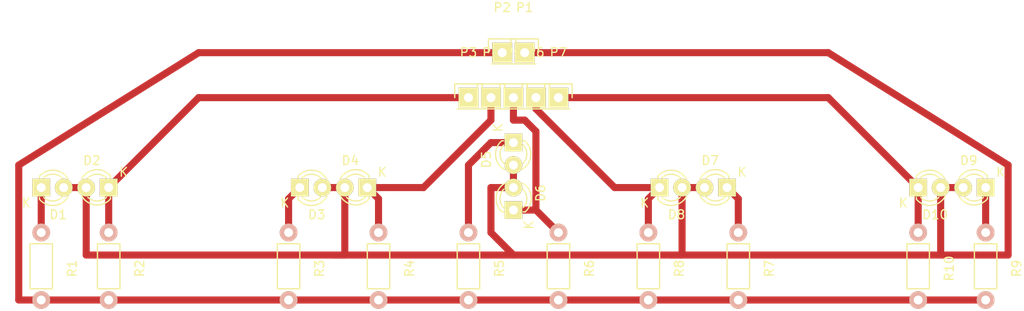
<source format=kicad_pcb>
(kicad_pcb (version 4) (host pcbnew 4.0.2+dfsg1-stable)

  (general
    (links 35)
    (no_connects 0)
    (area -58.275 97.915 57.81512 133.535001)
    (thickness 1.6)
    (drawings 0)
    (tracks 66)
    (zones 0)
    (modules 27)
    (nets 13)
  )

  (page A4)
  (layers
    (0 F.Cu signal)
    (31 B.Cu signal)
    (32 B.Adhes user)
    (33 F.Adhes user)
    (34 B.Paste user)
    (35 F.Paste user)
    (36 B.SilkS user)
    (37 F.SilkS user)
    (38 B.Mask user)
    (39 F.Mask user)
    (40 Dwgs.User user)
    (41 Cmts.User user)
    (42 Eco1.User user)
    (43 Eco2.User user)
    (44 Edge.Cuts user)
    (45 Margin user)
    (46 B.CrtYd user)
    (47 F.CrtYd user)
    (48 B.Fab user)
    (49 F.Fab user)
  )

  (setup
    (last_trace_width 0.8)
    (trace_clearance 0.2)
    (zone_clearance 0.508)
    (zone_45_only no)
    (trace_min 0.2)
    (segment_width 0.2)
    (edge_width 0.15)
    (via_size 0.6)
    (via_drill 0.4)
    (via_min_size 0.4)
    (via_min_drill 0.3)
    (uvia_size 0.3)
    (uvia_drill 0.1)
    (uvias_allowed no)
    (uvia_min_size 0.2)
    (uvia_min_drill 0.1)
    (pcb_text_width 0.3)
    (pcb_text_size 1.5 1.5)
    (mod_edge_width 0.15)
    (mod_text_size 1 1)
    (mod_text_width 0.15)
    (pad_size 1.524 1.524)
    (pad_drill 0.762)
    (pad_to_mask_clearance 0.2)
    (aux_axis_origin 0 0)
    (visible_elements FFFFFF7F)
    (pcbplotparams
      (layerselection 0x00000_00000001)
      (usegerberextensions false)
      (excludeedgelayer true)
      (linewidth 0.100000)
      (plotframeref false)
      (viasonmask false)
      (mode 1)
      (useauxorigin false)
      (hpglpennumber 1)
      (hpglpenspeed 20)
      (hpglpendiameter 15)
      (hpglpenoverlay 2)
      (psnegative false)
      (psa4output false)
      (plotreference true)
      (plotvalue true)
      (plotinvisibletext false)
      (padsonsilk false)
      (subtractmaskfromsilk false)
      (outputformat 1)
      (mirror false)
      (drillshape 0)
      (scaleselection 1)
      (outputdirectory ""))
  )

  (net 0 "")
  (net 1 "Net-(D1-Pad1)")
  (net 2 "Net-(D1-Pad2)")
  (net 3 "Net-(D2-Pad1)")
  (net 4 "Net-(D3-Pad1)")
  (net 5 "Net-(D4-Pad1)")
  (net 6 "Net-(D5-Pad1)")
  (net 7 "Net-(D6-Pad1)")
  (net 8 "Net-(D7-Pad1)")
  (net 9 "Net-(D8-Pad1)")
  (net 10 "Net-(D9-Pad1)")
  (net 11 "Net-(D10-Pad1)")
  (net 12 "Net-(P2-Pad1)")

  (net_class Default "This is the default net class."
    (clearance 0.2)
    (trace_width 0.8)
    (via_dia 0.6)
    (via_drill 0.4)
    (uvia_dia 0.3)
    (uvia_drill 0.1)
    (add_net "Net-(D1-Pad1)")
    (add_net "Net-(D1-Pad2)")
    (add_net "Net-(D10-Pad1)")
    (add_net "Net-(D2-Pad1)")
    (add_net "Net-(D3-Pad1)")
    (add_net "Net-(D4-Pad1)")
    (add_net "Net-(D5-Pad1)")
    (add_net "Net-(D6-Pad1)")
    (add_net "Net-(D7-Pad1)")
    (add_net "Net-(D8-Pad1)")
    (add_net "Net-(D9-Pad1)")
    (add_net "Net-(P2-Pad1)")
  )

  (module LEDs:LED-3MM (layer F.Cu) (tedit 559B82F6) (tstamp 572E0B02)
    (at -53.34 119.38)
    (descr "LED 3mm round vertical")
    (tags "LED  3mm round vertical")
    (path /572DA148)
    (fp_text reference D1 (at 1.91 3.06) (layer F.SilkS)
      (effects (font (size 1 1) (thickness 0.15)))
    )
    (fp_text value LED (at 1.3 -2.9) (layer F.Fab)
      (effects (font (size 1 1) (thickness 0.15)))
    )
    (fp_line (start -1.2 2.3) (end 3.8 2.3) (layer F.CrtYd) (width 0.05))
    (fp_line (start 3.8 2.3) (end 3.8 -2.2) (layer F.CrtYd) (width 0.05))
    (fp_line (start 3.8 -2.2) (end -1.2 -2.2) (layer F.CrtYd) (width 0.05))
    (fp_line (start -1.2 -2.2) (end -1.2 2.3) (layer F.CrtYd) (width 0.05))
    (fp_line (start -0.199 1.314) (end -0.199 1.114) (layer F.SilkS) (width 0.15))
    (fp_line (start -0.199 -1.28) (end -0.199 -1.1) (layer F.SilkS) (width 0.15))
    (fp_arc (start 1.301 0.034) (end -0.199 -1.286) (angle 108.5) (layer F.SilkS) (width 0.15))
    (fp_arc (start 1.301 0.034) (end 0.25 -1.1) (angle 85.7) (layer F.SilkS) (width 0.15))
    (fp_arc (start 1.311 0.034) (end 3.051 0.994) (angle 110) (layer F.SilkS) (width 0.15))
    (fp_arc (start 1.301 0.034) (end 2.335 1.094) (angle 87.5) (layer F.SilkS) (width 0.15))
    (fp_text user K (at -1.69 1.74) (layer F.SilkS)
      (effects (font (size 1 1) (thickness 0.15)))
    )
    (pad 1 thru_hole rect (at 0 0 90) (size 2 2) (drill 1.00076) (layers *.Cu *.Mask F.SilkS)
      (net 1 "Net-(D1-Pad1)"))
    (pad 2 thru_hole circle (at 2.54 0) (size 2 2) (drill 1.00076) (layers *.Cu *.Mask F.SilkS)
      (net 2 "Net-(D1-Pad2)"))
    (model LEDs.3dshapes/LED-3MM.wrl
      (at (xyz 0.05 0 0))
      (scale (xyz 1 1 1))
      (rotate (xyz 0 0 90))
    )
  )

  (module LEDs:LED-3MM (layer F.Cu) (tedit 559B82F6) (tstamp 572E0B13)
    (at -45.72 119.38 180)
    (descr "LED 3mm round vertical")
    (tags "LED  3mm round vertical")
    (path /572DA149)
    (fp_text reference D2 (at 1.91 3.06 180) (layer F.SilkS)
      (effects (font (size 1 1) (thickness 0.15)))
    )
    (fp_text value LED (at 1.3 -2.9 180) (layer F.Fab)
      (effects (font (size 1 1) (thickness 0.15)))
    )
    (fp_line (start -1.2 2.3) (end 3.8 2.3) (layer F.CrtYd) (width 0.05))
    (fp_line (start 3.8 2.3) (end 3.8 -2.2) (layer F.CrtYd) (width 0.05))
    (fp_line (start 3.8 -2.2) (end -1.2 -2.2) (layer F.CrtYd) (width 0.05))
    (fp_line (start -1.2 -2.2) (end -1.2 2.3) (layer F.CrtYd) (width 0.05))
    (fp_line (start -0.199 1.314) (end -0.199 1.114) (layer F.SilkS) (width 0.15))
    (fp_line (start -0.199 -1.28) (end -0.199 -1.1) (layer F.SilkS) (width 0.15))
    (fp_arc (start 1.301 0.034) (end -0.199 -1.286) (angle 108.5) (layer F.SilkS) (width 0.15))
    (fp_arc (start 1.301 0.034) (end 0.25 -1.1) (angle 85.7) (layer F.SilkS) (width 0.15))
    (fp_arc (start 1.311 0.034) (end 3.051 0.994) (angle 110) (layer F.SilkS) (width 0.15))
    (fp_arc (start 1.301 0.034) (end 2.335 1.094) (angle 87.5) (layer F.SilkS) (width 0.15))
    (fp_text user K (at -1.69 1.74 180) (layer F.SilkS)
      (effects (font (size 1 1) (thickness 0.15)))
    )
    (pad 1 thru_hole rect (at 0 0 270) (size 2 2) (drill 1.00076) (layers *.Cu *.Mask F.SilkS)
      (net 3 "Net-(D2-Pad1)"))
    (pad 2 thru_hole circle (at 2.54 0 180) (size 2 2) (drill 1.00076) (layers *.Cu *.Mask F.SilkS)
      (net 2 "Net-(D1-Pad2)"))
    (model LEDs.3dshapes/LED-3MM.wrl
      (at (xyz 0.05 0 0))
      (scale (xyz 1 1 1))
      (rotate (xyz 0 0 90))
    )
  )

  (module LEDs:LED-3MM (layer F.Cu) (tedit 559B82F6) (tstamp 572E0B24)
    (at -24.13 119.38)
    (descr "LED 3mm round vertical")
    (tags "LED  3mm round vertical")
    (path /572DA14A)
    (fp_text reference D3 (at 1.91 3.06) (layer F.SilkS)
      (effects (font (size 1 1) (thickness 0.15)))
    )
    (fp_text value LED (at 1.3 -2.9) (layer F.Fab)
      (effects (font (size 1 1) (thickness 0.15)))
    )
    (fp_line (start -1.2 2.3) (end 3.8 2.3) (layer F.CrtYd) (width 0.05))
    (fp_line (start 3.8 2.3) (end 3.8 -2.2) (layer F.CrtYd) (width 0.05))
    (fp_line (start 3.8 -2.2) (end -1.2 -2.2) (layer F.CrtYd) (width 0.05))
    (fp_line (start -1.2 -2.2) (end -1.2 2.3) (layer F.CrtYd) (width 0.05))
    (fp_line (start -0.199 1.314) (end -0.199 1.114) (layer F.SilkS) (width 0.15))
    (fp_line (start -0.199 -1.28) (end -0.199 -1.1) (layer F.SilkS) (width 0.15))
    (fp_arc (start 1.301 0.034) (end -0.199 -1.286) (angle 108.5) (layer F.SilkS) (width 0.15))
    (fp_arc (start 1.301 0.034) (end 0.25 -1.1) (angle 85.7) (layer F.SilkS) (width 0.15))
    (fp_arc (start 1.311 0.034) (end 3.051 0.994) (angle 110) (layer F.SilkS) (width 0.15))
    (fp_arc (start 1.301 0.034) (end 2.335 1.094) (angle 87.5) (layer F.SilkS) (width 0.15))
    (fp_text user K (at -1.69 1.74) (layer F.SilkS)
      (effects (font (size 1 1) (thickness 0.15)))
    )
    (pad 1 thru_hole rect (at 0 0 90) (size 2 2) (drill 1.00076) (layers *.Cu *.Mask F.SilkS)
      (net 4 "Net-(D3-Pad1)"))
    (pad 2 thru_hole circle (at 2.54 0) (size 2 2) (drill 1.00076) (layers *.Cu *.Mask F.SilkS)
      (net 2 "Net-(D1-Pad2)"))
    (model LEDs.3dshapes/LED-3MM.wrl
      (at (xyz 0.05 0 0))
      (scale (xyz 1 1 1))
      (rotate (xyz 0 0 90))
    )
  )

  (module LEDs:LED-3MM (layer F.Cu) (tedit 559B82F6) (tstamp 572E0B35)
    (at -16.51 119.38 180)
    (descr "LED 3mm round vertical")
    (tags "LED  3mm round vertical")
    (path /572DA14B)
    (fp_text reference D4 (at 1.91 3.06 180) (layer F.SilkS)
      (effects (font (size 1 1) (thickness 0.15)))
    )
    (fp_text value LED (at 1.3 -2.9 180) (layer F.Fab)
      (effects (font (size 1 1) (thickness 0.15)))
    )
    (fp_line (start -1.2 2.3) (end 3.8 2.3) (layer F.CrtYd) (width 0.05))
    (fp_line (start 3.8 2.3) (end 3.8 -2.2) (layer F.CrtYd) (width 0.05))
    (fp_line (start 3.8 -2.2) (end -1.2 -2.2) (layer F.CrtYd) (width 0.05))
    (fp_line (start -1.2 -2.2) (end -1.2 2.3) (layer F.CrtYd) (width 0.05))
    (fp_line (start -0.199 1.314) (end -0.199 1.114) (layer F.SilkS) (width 0.15))
    (fp_line (start -0.199 -1.28) (end -0.199 -1.1) (layer F.SilkS) (width 0.15))
    (fp_arc (start 1.301 0.034) (end -0.199 -1.286) (angle 108.5) (layer F.SilkS) (width 0.15))
    (fp_arc (start 1.301 0.034) (end 0.25 -1.1) (angle 85.7) (layer F.SilkS) (width 0.15))
    (fp_arc (start 1.311 0.034) (end 3.051 0.994) (angle 110) (layer F.SilkS) (width 0.15))
    (fp_arc (start 1.301 0.034) (end 2.335 1.094) (angle 87.5) (layer F.SilkS) (width 0.15))
    (fp_text user K (at -1.69 1.74 180) (layer F.SilkS)
      (effects (font (size 1 1) (thickness 0.15)))
    )
    (pad 1 thru_hole rect (at 0 0 270) (size 2 2) (drill 1.00076) (layers *.Cu *.Mask F.SilkS)
      (net 5 "Net-(D4-Pad1)"))
    (pad 2 thru_hole circle (at 2.54 0 180) (size 2 2) (drill 1.00076) (layers *.Cu *.Mask F.SilkS)
      (net 2 "Net-(D1-Pad2)"))
    (model LEDs.3dshapes/LED-3MM.wrl
      (at (xyz 0.05 0 0))
      (scale (xyz 1 1 1))
      (rotate (xyz 0 0 90))
    )
  )

  (module LEDs:LED-3MM (layer F.Cu) (tedit 559B82F6) (tstamp 572E0B46)
    (at 0 114.3 270)
    (descr "LED 3mm round vertical")
    (tags "LED  3mm round vertical")
    (path /572DA146)
    (fp_text reference D5 (at 1.91 3.06 270) (layer F.SilkS)
      (effects (font (size 1 1) (thickness 0.15)))
    )
    (fp_text value LED (at 1.3 -2.9 270) (layer F.Fab)
      (effects (font (size 1 1) (thickness 0.15)))
    )
    (fp_line (start -1.2 2.3) (end 3.8 2.3) (layer F.CrtYd) (width 0.05))
    (fp_line (start 3.8 2.3) (end 3.8 -2.2) (layer F.CrtYd) (width 0.05))
    (fp_line (start 3.8 -2.2) (end -1.2 -2.2) (layer F.CrtYd) (width 0.05))
    (fp_line (start -1.2 -2.2) (end -1.2 2.3) (layer F.CrtYd) (width 0.05))
    (fp_line (start -0.199 1.314) (end -0.199 1.114) (layer F.SilkS) (width 0.15))
    (fp_line (start -0.199 -1.28) (end -0.199 -1.1) (layer F.SilkS) (width 0.15))
    (fp_arc (start 1.301 0.034) (end -0.199 -1.286) (angle 108.5) (layer F.SilkS) (width 0.15))
    (fp_arc (start 1.301 0.034) (end 0.25 -1.1) (angle 85.7) (layer F.SilkS) (width 0.15))
    (fp_arc (start 1.311 0.034) (end 3.051 0.994) (angle 110) (layer F.SilkS) (width 0.15))
    (fp_arc (start 1.301 0.034) (end 2.335 1.094) (angle 87.5) (layer F.SilkS) (width 0.15))
    (fp_text user K (at -1.69 1.74 270) (layer F.SilkS)
      (effects (font (size 1 1) (thickness 0.15)))
    )
    (pad 1 thru_hole rect (at 0 0) (size 2 2) (drill 1.00076) (layers *.Cu *.Mask F.SilkS)
      (net 6 "Net-(D5-Pad1)"))
    (pad 2 thru_hole circle (at 2.54 0 270) (size 2 2) (drill 1.00076) (layers *.Cu *.Mask F.SilkS)
      (net 2 "Net-(D1-Pad2)"))
    (model LEDs.3dshapes/LED-3MM.wrl
      (at (xyz 0.05 0 0))
      (scale (xyz 1 1 1))
      (rotate (xyz 0 0 90))
    )
  )

  (module LEDs:LED-3MM (layer F.Cu) (tedit 559B82F6) (tstamp 572E0B57)
    (at 0 121.92 90)
    (descr "LED 3mm round vertical")
    (tags "LED  3mm round vertical")
    (path /572DA147)
    (fp_text reference D6 (at 1.91 3.06 90) (layer F.SilkS)
      (effects (font (size 1 1) (thickness 0.15)))
    )
    (fp_text value LED (at 1.3 -2.9 90) (layer F.Fab)
      (effects (font (size 1 1) (thickness 0.15)))
    )
    (fp_line (start -1.2 2.3) (end 3.8 2.3) (layer F.CrtYd) (width 0.05))
    (fp_line (start 3.8 2.3) (end 3.8 -2.2) (layer F.CrtYd) (width 0.05))
    (fp_line (start 3.8 -2.2) (end -1.2 -2.2) (layer F.CrtYd) (width 0.05))
    (fp_line (start -1.2 -2.2) (end -1.2 2.3) (layer F.CrtYd) (width 0.05))
    (fp_line (start -0.199 1.314) (end -0.199 1.114) (layer F.SilkS) (width 0.15))
    (fp_line (start -0.199 -1.28) (end -0.199 -1.1) (layer F.SilkS) (width 0.15))
    (fp_arc (start 1.301 0.034) (end -0.199 -1.286) (angle 108.5) (layer F.SilkS) (width 0.15))
    (fp_arc (start 1.301 0.034) (end 0.25 -1.1) (angle 85.7) (layer F.SilkS) (width 0.15))
    (fp_arc (start 1.311 0.034) (end 3.051 0.994) (angle 110) (layer F.SilkS) (width 0.15))
    (fp_arc (start 1.301 0.034) (end 2.335 1.094) (angle 87.5) (layer F.SilkS) (width 0.15))
    (fp_text user K (at -1.69 1.74 90) (layer F.SilkS)
      (effects (font (size 1 1) (thickness 0.15)))
    )
    (pad 1 thru_hole rect (at 0 0 180) (size 2 2) (drill 1.00076) (layers *.Cu *.Mask F.SilkS)
      (net 7 "Net-(D6-Pad1)"))
    (pad 2 thru_hole circle (at 2.54 0 90) (size 2 2) (drill 1.00076) (layers *.Cu *.Mask F.SilkS)
      (net 2 "Net-(D1-Pad2)"))
    (model LEDs.3dshapes/LED-3MM.wrl
      (at (xyz 0.05 0 0))
      (scale (xyz 1 1 1))
      (rotate (xyz 0 0 90))
    )
  )

  (module LEDs:LED-3MM (layer F.Cu) (tedit 559B82F6) (tstamp 572E0B68)
    (at 24.13 119.38 180)
    (descr "LED 3mm round vertical")
    (tags "LED  3mm round vertical")
    (path /572DA14C)
    (fp_text reference D7 (at 1.91 3.06 180) (layer F.SilkS)
      (effects (font (size 1 1) (thickness 0.15)))
    )
    (fp_text value LED (at 1.3 -2.9 180) (layer F.Fab)
      (effects (font (size 1 1) (thickness 0.15)))
    )
    (fp_line (start -1.2 2.3) (end 3.8 2.3) (layer F.CrtYd) (width 0.05))
    (fp_line (start 3.8 2.3) (end 3.8 -2.2) (layer F.CrtYd) (width 0.05))
    (fp_line (start 3.8 -2.2) (end -1.2 -2.2) (layer F.CrtYd) (width 0.05))
    (fp_line (start -1.2 -2.2) (end -1.2 2.3) (layer F.CrtYd) (width 0.05))
    (fp_line (start -0.199 1.314) (end -0.199 1.114) (layer F.SilkS) (width 0.15))
    (fp_line (start -0.199 -1.28) (end -0.199 -1.1) (layer F.SilkS) (width 0.15))
    (fp_arc (start 1.301 0.034) (end -0.199 -1.286) (angle 108.5) (layer F.SilkS) (width 0.15))
    (fp_arc (start 1.301 0.034) (end 0.25 -1.1) (angle 85.7) (layer F.SilkS) (width 0.15))
    (fp_arc (start 1.311 0.034) (end 3.051 0.994) (angle 110) (layer F.SilkS) (width 0.15))
    (fp_arc (start 1.301 0.034) (end 2.335 1.094) (angle 87.5) (layer F.SilkS) (width 0.15))
    (fp_text user K (at -1.69 1.74 180) (layer F.SilkS)
      (effects (font (size 1 1) (thickness 0.15)))
    )
    (pad 1 thru_hole rect (at 0 0 270) (size 2 2) (drill 1.00076) (layers *.Cu *.Mask F.SilkS)
      (net 8 "Net-(D7-Pad1)"))
    (pad 2 thru_hole circle (at 2.54 0 180) (size 2 2) (drill 1.00076) (layers *.Cu *.Mask F.SilkS)
      (net 2 "Net-(D1-Pad2)"))
    (model LEDs.3dshapes/LED-3MM.wrl
      (at (xyz 0.05 0 0))
      (scale (xyz 1 1 1))
      (rotate (xyz 0 0 90))
    )
  )

  (module LEDs:LED-3MM (layer F.Cu) (tedit 559B82F6) (tstamp 572E0B79)
    (at 16.51 119.38)
    (descr "LED 3mm round vertical")
    (tags "LED  3mm round vertical")
    (path /572DA14D)
    (fp_text reference D8 (at 1.91 3.06) (layer F.SilkS)
      (effects (font (size 1 1) (thickness 0.15)))
    )
    (fp_text value LED (at 1.3 -2.9) (layer F.Fab)
      (effects (font (size 1 1) (thickness 0.15)))
    )
    (fp_line (start -1.2 2.3) (end 3.8 2.3) (layer F.CrtYd) (width 0.05))
    (fp_line (start 3.8 2.3) (end 3.8 -2.2) (layer F.CrtYd) (width 0.05))
    (fp_line (start 3.8 -2.2) (end -1.2 -2.2) (layer F.CrtYd) (width 0.05))
    (fp_line (start -1.2 -2.2) (end -1.2 2.3) (layer F.CrtYd) (width 0.05))
    (fp_line (start -0.199 1.314) (end -0.199 1.114) (layer F.SilkS) (width 0.15))
    (fp_line (start -0.199 -1.28) (end -0.199 -1.1) (layer F.SilkS) (width 0.15))
    (fp_arc (start 1.301 0.034) (end -0.199 -1.286) (angle 108.5) (layer F.SilkS) (width 0.15))
    (fp_arc (start 1.301 0.034) (end 0.25 -1.1) (angle 85.7) (layer F.SilkS) (width 0.15))
    (fp_arc (start 1.311 0.034) (end 3.051 0.994) (angle 110) (layer F.SilkS) (width 0.15))
    (fp_arc (start 1.301 0.034) (end 2.335 1.094) (angle 87.5) (layer F.SilkS) (width 0.15))
    (fp_text user K (at -1.69 1.74) (layer F.SilkS)
      (effects (font (size 1 1) (thickness 0.15)))
    )
    (pad 1 thru_hole rect (at 0 0 90) (size 2 2) (drill 1.00076) (layers *.Cu *.Mask F.SilkS)
      (net 9 "Net-(D8-Pad1)"))
    (pad 2 thru_hole circle (at 2.54 0) (size 2 2) (drill 1.00076) (layers *.Cu *.Mask F.SilkS)
      (net 2 "Net-(D1-Pad2)"))
    (model LEDs.3dshapes/LED-3MM.wrl
      (at (xyz 0.05 0 0))
      (scale (xyz 1 1 1))
      (rotate (xyz 0 0 90))
    )
  )

  (module LEDs:LED-3MM (layer F.Cu) (tedit 559B82F6) (tstamp 572E0B8A)
    (at 53.34 119.38 180)
    (descr "LED 3mm round vertical")
    (tags "LED  3mm round vertical")
    (path /572DA14E)
    (fp_text reference D9 (at 1.91 3.06 180) (layer F.SilkS)
      (effects (font (size 1 1) (thickness 0.15)))
    )
    (fp_text value LED (at 1.3 -2.9 180) (layer F.Fab)
      (effects (font (size 1 1) (thickness 0.15)))
    )
    (fp_line (start -1.2 2.3) (end 3.8 2.3) (layer F.CrtYd) (width 0.05))
    (fp_line (start 3.8 2.3) (end 3.8 -2.2) (layer F.CrtYd) (width 0.05))
    (fp_line (start 3.8 -2.2) (end -1.2 -2.2) (layer F.CrtYd) (width 0.05))
    (fp_line (start -1.2 -2.2) (end -1.2 2.3) (layer F.CrtYd) (width 0.05))
    (fp_line (start -0.199 1.314) (end -0.199 1.114) (layer F.SilkS) (width 0.15))
    (fp_line (start -0.199 -1.28) (end -0.199 -1.1) (layer F.SilkS) (width 0.15))
    (fp_arc (start 1.301 0.034) (end -0.199 -1.286) (angle 108.5) (layer F.SilkS) (width 0.15))
    (fp_arc (start 1.301 0.034) (end 0.25 -1.1) (angle 85.7) (layer F.SilkS) (width 0.15))
    (fp_arc (start 1.311 0.034) (end 3.051 0.994) (angle 110) (layer F.SilkS) (width 0.15))
    (fp_arc (start 1.301 0.034) (end 2.335 1.094) (angle 87.5) (layer F.SilkS) (width 0.15))
    (fp_text user K (at -1.69 1.74 180) (layer F.SilkS)
      (effects (font (size 1 1) (thickness 0.15)))
    )
    (pad 1 thru_hole rect (at 0 0 270) (size 2 2) (drill 1.00076) (layers *.Cu *.Mask F.SilkS)
      (net 10 "Net-(D9-Pad1)"))
    (pad 2 thru_hole circle (at 2.54 0 180) (size 2 2) (drill 1.00076) (layers *.Cu *.Mask F.SilkS)
      (net 2 "Net-(D1-Pad2)"))
    (model LEDs.3dshapes/LED-3MM.wrl
      (at (xyz 0.05 0 0))
      (scale (xyz 1 1 1))
      (rotate (xyz 0 0 90))
    )
  )

  (module LEDs:LED-3MM (layer F.Cu) (tedit 559B82F6) (tstamp 572E0B9B)
    (at 45.72 119.38)
    (descr "LED 3mm round vertical")
    (tags "LED  3mm round vertical")
    (path /572DA14F)
    (fp_text reference D10 (at 1.91 3.06) (layer F.SilkS)
      (effects (font (size 1 1) (thickness 0.15)))
    )
    (fp_text value LED (at 1.3 -2.9) (layer F.Fab)
      (effects (font (size 1 1) (thickness 0.15)))
    )
    (fp_line (start -1.2 2.3) (end 3.8 2.3) (layer F.CrtYd) (width 0.05))
    (fp_line (start 3.8 2.3) (end 3.8 -2.2) (layer F.CrtYd) (width 0.05))
    (fp_line (start 3.8 -2.2) (end -1.2 -2.2) (layer F.CrtYd) (width 0.05))
    (fp_line (start -1.2 -2.2) (end -1.2 2.3) (layer F.CrtYd) (width 0.05))
    (fp_line (start -0.199 1.314) (end -0.199 1.114) (layer F.SilkS) (width 0.15))
    (fp_line (start -0.199 -1.28) (end -0.199 -1.1) (layer F.SilkS) (width 0.15))
    (fp_arc (start 1.301 0.034) (end -0.199 -1.286) (angle 108.5) (layer F.SilkS) (width 0.15))
    (fp_arc (start 1.301 0.034) (end 0.25 -1.1) (angle 85.7) (layer F.SilkS) (width 0.15))
    (fp_arc (start 1.311 0.034) (end 3.051 0.994) (angle 110) (layer F.SilkS) (width 0.15))
    (fp_arc (start 1.301 0.034) (end 2.335 1.094) (angle 87.5) (layer F.SilkS) (width 0.15))
    (fp_text user K (at -1.69 1.74) (layer F.SilkS)
      (effects (font (size 1 1) (thickness 0.15)))
    )
    (pad 1 thru_hole rect (at 0 0 90) (size 2 2) (drill 1.00076) (layers *.Cu *.Mask F.SilkS)
      (net 11 "Net-(D10-Pad1)"))
    (pad 2 thru_hole circle (at 2.54 0) (size 2 2) (drill 1.00076) (layers *.Cu *.Mask F.SilkS)
      (net 2 "Net-(D1-Pad2)"))
    (model LEDs.3dshapes/LED-3MM.wrl
      (at (xyz 0.05 0 0))
      (scale (xyz 1 1 1))
      (rotate (xyz 0 0 90))
    )
  )

  (module Pin_Headers:Pin_Header_Straight_1x01 (layer F.Cu) (tedit 54EA08DC) (tstamp 572E0BA8)
    (at 1.27 104.14)
    (descr "Through hole pin header")
    (tags "pin header")
    (path /572DA15A)
    (fp_text reference P1 (at 0 -5.1) (layer F.SilkS)
      (effects (font (size 1 1) (thickness 0.15)))
    )
    (fp_text value CONN_01X01 (at 0 -3.1) (layer F.Fab)
      (effects (font (size 1 1) (thickness 0.15)))
    )
    (fp_line (start 1.55 -1.55) (end 1.55 0) (layer F.SilkS) (width 0.15))
    (fp_line (start -1.75 -1.75) (end -1.75 1.75) (layer F.CrtYd) (width 0.05))
    (fp_line (start 1.75 -1.75) (end 1.75 1.75) (layer F.CrtYd) (width 0.05))
    (fp_line (start -1.75 -1.75) (end 1.75 -1.75) (layer F.CrtYd) (width 0.05))
    (fp_line (start -1.75 1.75) (end 1.75 1.75) (layer F.CrtYd) (width 0.05))
    (fp_line (start -1.55 0) (end -1.55 -1.55) (layer F.SilkS) (width 0.15))
    (fp_line (start -1.55 -1.55) (end 1.55 -1.55) (layer F.SilkS) (width 0.15))
    (fp_line (start -1.27 1.27) (end 1.27 1.27) (layer F.SilkS) (width 0.15))
    (pad 1 thru_hole rect (at 0 0) (size 2.2352 2.2352) (drill 1.016) (layers *.Cu *.Mask F.SilkS)
      (net 2 "Net-(D1-Pad2)"))
    (model Pin_Headers.3dshapes/Pin_Header_Straight_1x01.wrl
      (at (xyz 0 0 0))
      (scale (xyz 1 1 1))
      (rotate (xyz 0 0 90))
    )
  )

  (module Pin_Headers:Pin_Header_Straight_1x01 (layer F.Cu) (tedit 54EA08DC) (tstamp 572E0BB5)
    (at -1.27 104.14)
    (descr "Through hole pin header")
    (tags "pin header")
    (path /572DA15B)
    (fp_text reference P2 (at 0 -5.1) (layer F.SilkS)
      (effects (font (size 1 1) (thickness 0.15)))
    )
    (fp_text value CONN_01X01 (at 0 -3.1) (layer F.Fab)
      (effects (font (size 1 1) (thickness 0.15)))
    )
    (fp_line (start 1.55 -1.55) (end 1.55 0) (layer F.SilkS) (width 0.15))
    (fp_line (start -1.75 -1.75) (end -1.75 1.75) (layer F.CrtYd) (width 0.05))
    (fp_line (start 1.75 -1.75) (end 1.75 1.75) (layer F.CrtYd) (width 0.05))
    (fp_line (start -1.75 -1.75) (end 1.75 -1.75) (layer F.CrtYd) (width 0.05))
    (fp_line (start -1.75 1.75) (end 1.75 1.75) (layer F.CrtYd) (width 0.05))
    (fp_line (start -1.55 0) (end -1.55 -1.55) (layer F.SilkS) (width 0.15))
    (fp_line (start -1.55 -1.55) (end 1.55 -1.55) (layer F.SilkS) (width 0.15))
    (fp_line (start -1.27 1.27) (end 1.27 1.27) (layer F.SilkS) (width 0.15))
    (pad 1 thru_hole rect (at 0 0) (size 2.2352 2.2352) (drill 1.016) (layers *.Cu *.Mask F.SilkS)
      (net 12 "Net-(P2-Pad1)"))
    (model Pin_Headers.3dshapes/Pin_Header_Straight_1x01.wrl
      (at (xyz 0 0 0))
      (scale (xyz 1 1 1))
      (rotate (xyz 0 0 90))
    )
  )

  (module Pin_Headers:Pin_Header_Straight_1x01 (layer F.Cu) (tedit 54EA08DC) (tstamp 572E0BC2)
    (at -5.08 109.22)
    (descr "Through hole pin header")
    (tags "pin header")
    (path /572DA15D)
    (fp_text reference P3 (at 0 -5.1) (layer F.SilkS)
      (effects (font (size 1 1) (thickness 0.15)))
    )
    (fp_text value CONN_01X01 (at 0 -3.1) (layer F.Fab)
      (effects (font (size 1 1) (thickness 0.15)))
    )
    (fp_line (start 1.55 -1.55) (end 1.55 0) (layer F.SilkS) (width 0.15))
    (fp_line (start -1.75 -1.75) (end -1.75 1.75) (layer F.CrtYd) (width 0.05))
    (fp_line (start 1.75 -1.75) (end 1.75 1.75) (layer F.CrtYd) (width 0.05))
    (fp_line (start -1.75 -1.75) (end 1.75 -1.75) (layer F.CrtYd) (width 0.05))
    (fp_line (start -1.75 1.75) (end 1.75 1.75) (layer F.CrtYd) (width 0.05))
    (fp_line (start -1.55 0) (end -1.55 -1.55) (layer F.SilkS) (width 0.15))
    (fp_line (start -1.55 -1.55) (end 1.55 -1.55) (layer F.SilkS) (width 0.15))
    (fp_line (start -1.27 1.27) (end 1.27 1.27) (layer F.SilkS) (width 0.15))
    (pad 1 thru_hole rect (at 0 0) (size 2.2352 2.2352) (drill 1.016) (layers *.Cu *.Mask F.SilkS)
      (net 3 "Net-(D2-Pad1)"))
    (model Pin_Headers.3dshapes/Pin_Header_Straight_1x01.wrl
      (at (xyz 0 0 0))
      (scale (xyz 1 1 1))
      (rotate (xyz 0 0 90))
    )
  )

  (module Pin_Headers:Pin_Header_Straight_1x01 (layer F.Cu) (tedit 54EA08DC) (tstamp 572E0BCF)
    (at -2.54 109.22)
    (descr "Through hole pin header")
    (tags "pin header")
    (path /572DA15C)
    (fp_text reference P4 (at 0 -5.1) (layer F.SilkS)
      (effects (font (size 1 1) (thickness 0.15)))
    )
    (fp_text value CONN_01X01 (at 0 -3.1) (layer F.Fab)
      (effects (font (size 1 1) (thickness 0.15)))
    )
    (fp_line (start 1.55 -1.55) (end 1.55 0) (layer F.SilkS) (width 0.15))
    (fp_line (start -1.75 -1.75) (end -1.75 1.75) (layer F.CrtYd) (width 0.05))
    (fp_line (start 1.75 -1.75) (end 1.75 1.75) (layer F.CrtYd) (width 0.05))
    (fp_line (start -1.75 -1.75) (end 1.75 -1.75) (layer F.CrtYd) (width 0.05))
    (fp_line (start -1.75 1.75) (end 1.75 1.75) (layer F.CrtYd) (width 0.05))
    (fp_line (start -1.55 0) (end -1.55 -1.55) (layer F.SilkS) (width 0.15))
    (fp_line (start -1.55 -1.55) (end 1.55 -1.55) (layer F.SilkS) (width 0.15))
    (fp_line (start -1.27 1.27) (end 1.27 1.27) (layer F.SilkS) (width 0.15))
    (pad 1 thru_hole rect (at 0 0) (size 2.2352 2.2352) (drill 1.016) (layers *.Cu *.Mask F.SilkS)
      (net 5 "Net-(D4-Pad1)"))
    (model Pin_Headers.3dshapes/Pin_Header_Straight_1x01.wrl
      (at (xyz 0 0 0))
      (scale (xyz 1 1 1))
      (rotate (xyz 0 0 90))
    )
  )

  (module Pin_Headers:Pin_Header_Straight_1x01 (layer F.Cu) (tedit 54EA08DC) (tstamp 572E0BDC)
    (at 0 109.22)
    (descr "Through hole pin header")
    (tags "pin header")
    (path /572DA15E)
    (fp_text reference P5 (at 0 -5.1) (layer F.SilkS)
      (effects (font (size 1 1) (thickness 0.15)))
    )
    (fp_text value CONN_01X01 (at 0 -3.1) (layer F.Fab)
      (effects (font (size 1 1) (thickness 0.15)))
    )
    (fp_line (start 1.55 -1.55) (end 1.55 0) (layer F.SilkS) (width 0.15))
    (fp_line (start -1.75 -1.75) (end -1.75 1.75) (layer F.CrtYd) (width 0.05))
    (fp_line (start 1.75 -1.75) (end 1.75 1.75) (layer F.CrtYd) (width 0.05))
    (fp_line (start -1.75 -1.75) (end 1.75 -1.75) (layer F.CrtYd) (width 0.05))
    (fp_line (start -1.75 1.75) (end 1.75 1.75) (layer F.CrtYd) (width 0.05))
    (fp_line (start -1.55 0) (end -1.55 -1.55) (layer F.SilkS) (width 0.15))
    (fp_line (start -1.55 -1.55) (end 1.55 -1.55) (layer F.SilkS) (width 0.15))
    (fp_line (start -1.27 1.27) (end 1.27 1.27) (layer F.SilkS) (width 0.15))
    (pad 1 thru_hole rect (at 0 0) (size 2.2352 2.2352) (drill 1.016) (layers *.Cu *.Mask F.SilkS)
      (net 7 "Net-(D6-Pad1)"))
    (model Pin_Headers.3dshapes/Pin_Header_Straight_1x01.wrl
      (at (xyz 0 0 0))
      (scale (xyz 1 1 1))
      (rotate (xyz 0 0 90))
    )
  )

  (module Pin_Headers:Pin_Header_Straight_1x01 (layer F.Cu) (tedit 54EA08DC) (tstamp 572E0BE9)
    (at 2.54 109.22)
    (descr "Through hole pin header")
    (tags "pin header")
    (path /572DA15F)
    (fp_text reference P6 (at 0 -5.1) (layer F.SilkS)
      (effects (font (size 1 1) (thickness 0.15)))
    )
    (fp_text value CONN_01X01 (at 0 -3.1) (layer F.Fab)
      (effects (font (size 1 1) (thickness 0.15)))
    )
    (fp_line (start 1.55 -1.55) (end 1.55 0) (layer F.SilkS) (width 0.15))
    (fp_line (start -1.75 -1.75) (end -1.75 1.75) (layer F.CrtYd) (width 0.05))
    (fp_line (start 1.75 -1.75) (end 1.75 1.75) (layer F.CrtYd) (width 0.05))
    (fp_line (start -1.75 -1.75) (end 1.75 -1.75) (layer F.CrtYd) (width 0.05))
    (fp_line (start -1.75 1.75) (end 1.75 1.75) (layer F.CrtYd) (width 0.05))
    (fp_line (start -1.55 0) (end -1.55 -1.55) (layer F.SilkS) (width 0.15))
    (fp_line (start -1.55 -1.55) (end 1.55 -1.55) (layer F.SilkS) (width 0.15))
    (fp_line (start -1.27 1.27) (end 1.27 1.27) (layer F.SilkS) (width 0.15))
    (pad 1 thru_hole rect (at 0 0) (size 2.2352 2.2352) (drill 1.016) (layers *.Cu *.Mask F.SilkS)
      (net 9 "Net-(D8-Pad1)"))
    (model Pin_Headers.3dshapes/Pin_Header_Straight_1x01.wrl
      (at (xyz 0 0 0))
      (scale (xyz 1 1 1))
      (rotate (xyz 0 0 90))
    )
  )

  (module Pin_Headers:Pin_Header_Straight_1x01 (layer F.Cu) (tedit 54EA08DC) (tstamp 572E0BF6)
    (at 5.08 109.22)
    (descr "Through hole pin header")
    (tags "pin header")
    (path /572DA160)
    (fp_text reference P7 (at 0 -5.1) (layer F.SilkS)
      (effects (font (size 1 1) (thickness 0.15)))
    )
    (fp_text value CONN_01X01 (at 0 -3.1) (layer F.Fab)
      (effects (font (size 1 1) (thickness 0.15)))
    )
    (fp_line (start 1.55 -1.55) (end 1.55 0) (layer F.SilkS) (width 0.15))
    (fp_line (start -1.75 -1.75) (end -1.75 1.75) (layer F.CrtYd) (width 0.05))
    (fp_line (start 1.75 -1.75) (end 1.75 1.75) (layer F.CrtYd) (width 0.05))
    (fp_line (start -1.75 -1.75) (end 1.75 -1.75) (layer F.CrtYd) (width 0.05))
    (fp_line (start -1.75 1.75) (end 1.75 1.75) (layer F.CrtYd) (width 0.05))
    (fp_line (start -1.55 0) (end -1.55 -1.55) (layer F.SilkS) (width 0.15))
    (fp_line (start -1.55 -1.55) (end 1.55 -1.55) (layer F.SilkS) (width 0.15))
    (fp_line (start -1.27 1.27) (end 1.27 1.27) (layer F.SilkS) (width 0.15))
    (pad 1 thru_hole rect (at 0 0) (size 2.2352 2.2352) (drill 1.016) (layers *.Cu *.Mask F.SilkS)
      (net 11 "Net-(D10-Pad1)"))
    (model Pin_Headers.3dshapes/Pin_Header_Straight_1x01.wrl
      (at (xyz 0 0 0))
      (scale (xyz 1 1 1))
      (rotate (xyz 0 0 90))
    )
  )

  (module Resistors_ThroughHole:Resistor_Horizontal_RM7mm (layer F.Cu) (tedit 569FCF07) (tstamp 572E0C04)
    (at -53.34 124.46 270)
    (descr "Resistor, Axial,  RM 7.62mm, 1/3W,")
    (tags "Resistor Axial RM 7.62mm 1/3W R3")
    (path /572DA150)
    (fp_text reference R1 (at 4.05892 -3.50012 270) (layer F.SilkS)
      (effects (font (size 1 1) (thickness 0.15)))
    )
    (fp_text value 150 (at 3.81 3.81 270) (layer F.Fab)
      (effects (font (size 1 1) (thickness 0.15)))
    )
    (fp_line (start -1.25 -1.5) (end 8.85 -1.5) (layer F.CrtYd) (width 0.05))
    (fp_line (start -1.25 1.5) (end -1.25 -1.5) (layer F.CrtYd) (width 0.05))
    (fp_line (start 8.85 -1.5) (end 8.85 1.5) (layer F.CrtYd) (width 0.05))
    (fp_line (start -1.25 1.5) (end 8.85 1.5) (layer F.CrtYd) (width 0.05))
    (fp_line (start 1.27 -1.27) (end 6.35 -1.27) (layer F.SilkS) (width 0.15))
    (fp_line (start 6.35 -1.27) (end 6.35 1.27) (layer F.SilkS) (width 0.15))
    (fp_line (start 6.35 1.27) (end 1.27 1.27) (layer F.SilkS) (width 0.15))
    (fp_line (start 1.27 1.27) (end 1.27 -1.27) (layer F.SilkS) (width 0.15))
    (pad 1 thru_hole circle (at 0 0 270) (size 1.99898 1.99898) (drill 1.00076) (layers *.Cu *.SilkS *.Mask)
      (net 1 "Net-(D1-Pad1)"))
    (pad 2 thru_hole circle (at 7.62 0 270) (size 1.99898 1.99898) (drill 1.00076) (layers *.Cu *.SilkS *.Mask)
      (net 12 "Net-(P2-Pad1)"))
  )

  (module Resistors_ThroughHole:Resistor_Horizontal_RM7mm (layer F.Cu) (tedit 569FCF07) (tstamp 572E0C12)
    (at -45.72 124.46 270)
    (descr "Resistor, Axial,  RM 7.62mm, 1/3W,")
    (tags "Resistor Axial RM 7.62mm 1/3W R3")
    (path /572DA151)
    (fp_text reference R2 (at 4.05892 -3.50012 270) (layer F.SilkS)
      (effects (font (size 1 1) (thickness 0.15)))
    )
    (fp_text value 510k (at 3.81 3.81 270) (layer F.Fab)
      (effects (font (size 1 1) (thickness 0.15)))
    )
    (fp_line (start -1.25 -1.5) (end 8.85 -1.5) (layer F.CrtYd) (width 0.05))
    (fp_line (start -1.25 1.5) (end -1.25 -1.5) (layer F.CrtYd) (width 0.05))
    (fp_line (start 8.85 -1.5) (end 8.85 1.5) (layer F.CrtYd) (width 0.05))
    (fp_line (start -1.25 1.5) (end 8.85 1.5) (layer F.CrtYd) (width 0.05))
    (fp_line (start 1.27 -1.27) (end 6.35 -1.27) (layer F.SilkS) (width 0.15))
    (fp_line (start 6.35 -1.27) (end 6.35 1.27) (layer F.SilkS) (width 0.15))
    (fp_line (start 6.35 1.27) (end 1.27 1.27) (layer F.SilkS) (width 0.15))
    (fp_line (start 1.27 1.27) (end 1.27 -1.27) (layer F.SilkS) (width 0.15))
    (pad 1 thru_hole circle (at 0 0 270) (size 1.99898 1.99898) (drill 1.00076) (layers *.Cu *.SilkS *.Mask)
      (net 3 "Net-(D2-Pad1)"))
    (pad 2 thru_hole circle (at 7.62 0 270) (size 1.99898 1.99898) (drill 1.00076) (layers *.Cu *.SilkS *.Mask)
      (net 12 "Net-(P2-Pad1)"))
  )

  (module Resistors_ThroughHole:Resistor_Horizontal_RM7mm (layer F.Cu) (tedit 569FCF07) (tstamp 572E0C20)
    (at -25.4 124.46 270)
    (descr "Resistor, Axial,  RM 7.62mm, 1/3W,")
    (tags "Resistor Axial RM 7.62mm 1/3W R3")
    (path /572DA152)
    (fp_text reference R3 (at 4.05892 -3.50012 270) (layer F.SilkS)
      (effects (font (size 1 1) (thickness 0.15)))
    )
    (fp_text value 150 (at 3.81 3.81 270) (layer F.Fab)
      (effects (font (size 1 1) (thickness 0.15)))
    )
    (fp_line (start -1.25 -1.5) (end 8.85 -1.5) (layer F.CrtYd) (width 0.05))
    (fp_line (start -1.25 1.5) (end -1.25 -1.5) (layer F.CrtYd) (width 0.05))
    (fp_line (start 8.85 -1.5) (end 8.85 1.5) (layer F.CrtYd) (width 0.05))
    (fp_line (start -1.25 1.5) (end 8.85 1.5) (layer F.CrtYd) (width 0.05))
    (fp_line (start 1.27 -1.27) (end 6.35 -1.27) (layer F.SilkS) (width 0.15))
    (fp_line (start 6.35 -1.27) (end 6.35 1.27) (layer F.SilkS) (width 0.15))
    (fp_line (start 6.35 1.27) (end 1.27 1.27) (layer F.SilkS) (width 0.15))
    (fp_line (start 1.27 1.27) (end 1.27 -1.27) (layer F.SilkS) (width 0.15))
    (pad 1 thru_hole circle (at 0 0 270) (size 1.99898 1.99898) (drill 1.00076) (layers *.Cu *.SilkS *.Mask)
      (net 4 "Net-(D3-Pad1)"))
    (pad 2 thru_hole circle (at 7.62 0 270) (size 1.99898 1.99898) (drill 1.00076) (layers *.Cu *.SilkS *.Mask)
      (net 12 "Net-(P2-Pad1)"))
  )

  (module Resistors_ThroughHole:Resistor_Horizontal_RM7mm (layer F.Cu) (tedit 569FCF07) (tstamp 572E0C2E)
    (at -15.24 124.46 270)
    (descr "Resistor, Axial,  RM 7.62mm, 1/3W,")
    (tags "Resistor Axial RM 7.62mm 1/3W R3")
    (path /572DA153)
    (fp_text reference R4 (at 4.05892 -3.50012 270) (layer F.SilkS)
      (effects (font (size 1 1) (thickness 0.15)))
    )
    (fp_text value 510k (at 3.81 3.81 270) (layer F.Fab)
      (effects (font (size 1 1) (thickness 0.15)))
    )
    (fp_line (start -1.25 -1.5) (end 8.85 -1.5) (layer F.CrtYd) (width 0.05))
    (fp_line (start -1.25 1.5) (end -1.25 -1.5) (layer F.CrtYd) (width 0.05))
    (fp_line (start 8.85 -1.5) (end 8.85 1.5) (layer F.CrtYd) (width 0.05))
    (fp_line (start -1.25 1.5) (end 8.85 1.5) (layer F.CrtYd) (width 0.05))
    (fp_line (start 1.27 -1.27) (end 6.35 -1.27) (layer F.SilkS) (width 0.15))
    (fp_line (start 6.35 -1.27) (end 6.35 1.27) (layer F.SilkS) (width 0.15))
    (fp_line (start 6.35 1.27) (end 1.27 1.27) (layer F.SilkS) (width 0.15))
    (fp_line (start 1.27 1.27) (end 1.27 -1.27) (layer F.SilkS) (width 0.15))
    (pad 1 thru_hole circle (at 0 0 270) (size 1.99898 1.99898) (drill 1.00076) (layers *.Cu *.SilkS *.Mask)
      (net 5 "Net-(D4-Pad1)"))
    (pad 2 thru_hole circle (at 7.62 0 270) (size 1.99898 1.99898) (drill 1.00076) (layers *.Cu *.SilkS *.Mask)
      (net 12 "Net-(P2-Pad1)"))
  )

  (module Resistors_ThroughHole:Resistor_Horizontal_RM7mm (layer F.Cu) (tedit 569FCF07) (tstamp 572E0C3C)
    (at -5.08 124.46 270)
    (descr "Resistor, Axial,  RM 7.62mm, 1/3W,")
    (tags "Resistor Axial RM 7.62mm 1/3W R3")
    (path /572DA154)
    (fp_text reference R5 (at 4.05892 -3.50012 270) (layer F.SilkS)
      (effects (font (size 1 1) (thickness 0.15)))
    )
    (fp_text value 150 (at 3.81 3.81 270) (layer F.Fab)
      (effects (font (size 1 1) (thickness 0.15)))
    )
    (fp_line (start -1.25 -1.5) (end 8.85 -1.5) (layer F.CrtYd) (width 0.05))
    (fp_line (start -1.25 1.5) (end -1.25 -1.5) (layer F.CrtYd) (width 0.05))
    (fp_line (start 8.85 -1.5) (end 8.85 1.5) (layer F.CrtYd) (width 0.05))
    (fp_line (start -1.25 1.5) (end 8.85 1.5) (layer F.CrtYd) (width 0.05))
    (fp_line (start 1.27 -1.27) (end 6.35 -1.27) (layer F.SilkS) (width 0.15))
    (fp_line (start 6.35 -1.27) (end 6.35 1.27) (layer F.SilkS) (width 0.15))
    (fp_line (start 6.35 1.27) (end 1.27 1.27) (layer F.SilkS) (width 0.15))
    (fp_line (start 1.27 1.27) (end 1.27 -1.27) (layer F.SilkS) (width 0.15))
    (pad 1 thru_hole circle (at 0 0 270) (size 1.99898 1.99898) (drill 1.00076) (layers *.Cu *.SilkS *.Mask)
      (net 6 "Net-(D5-Pad1)"))
    (pad 2 thru_hole circle (at 7.62 0 270) (size 1.99898 1.99898) (drill 1.00076) (layers *.Cu *.SilkS *.Mask)
      (net 12 "Net-(P2-Pad1)"))
  )

  (module Resistors_ThroughHole:Resistor_Horizontal_RM7mm (layer F.Cu) (tedit 569FCF07) (tstamp 572E0C4A)
    (at 5.08 124.46 270)
    (descr "Resistor, Axial,  RM 7.62mm, 1/3W,")
    (tags "Resistor Axial RM 7.62mm 1/3W R3")
    (path /572DA155)
    (fp_text reference R6 (at 4.05892 -3.50012 270) (layer F.SilkS)
      (effects (font (size 1 1) (thickness 0.15)))
    )
    (fp_text value 510k (at 3.81 3.81 270) (layer F.Fab)
      (effects (font (size 1 1) (thickness 0.15)))
    )
    (fp_line (start -1.25 -1.5) (end 8.85 -1.5) (layer F.CrtYd) (width 0.05))
    (fp_line (start -1.25 1.5) (end -1.25 -1.5) (layer F.CrtYd) (width 0.05))
    (fp_line (start 8.85 -1.5) (end 8.85 1.5) (layer F.CrtYd) (width 0.05))
    (fp_line (start -1.25 1.5) (end 8.85 1.5) (layer F.CrtYd) (width 0.05))
    (fp_line (start 1.27 -1.27) (end 6.35 -1.27) (layer F.SilkS) (width 0.15))
    (fp_line (start 6.35 -1.27) (end 6.35 1.27) (layer F.SilkS) (width 0.15))
    (fp_line (start 6.35 1.27) (end 1.27 1.27) (layer F.SilkS) (width 0.15))
    (fp_line (start 1.27 1.27) (end 1.27 -1.27) (layer F.SilkS) (width 0.15))
    (pad 1 thru_hole circle (at 0 0 270) (size 1.99898 1.99898) (drill 1.00076) (layers *.Cu *.SilkS *.Mask)
      (net 7 "Net-(D6-Pad1)"))
    (pad 2 thru_hole circle (at 7.62 0 270) (size 1.99898 1.99898) (drill 1.00076) (layers *.Cu *.SilkS *.Mask)
      (net 12 "Net-(P2-Pad1)"))
  )

  (module Resistors_ThroughHole:Resistor_Horizontal_RM7mm (layer F.Cu) (tedit 569FCF07) (tstamp 572E0C58)
    (at 25.4 124.46 270)
    (descr "Resistor, Axial,  RM 7.62mm, 1/3W,")
    (tags "Resistor Axial RM 7.62mm 1/3W R3")
    (path /572DA156)
    (fp_text reference R7 (at 4.05892 -3.50012 270) (layer F.SilkS)
      (effects (font (size 1 1) (thickness 0.15)))
    )
    (fp_text value 150 (at 3.81 3.81 270) (layer F.Fab)
      (effects (font (size 1 1) (thickness 0.15)))
    )
    (fp_line (start -1.25 -1.5) (end 8.85 -1.5) (layer F.CrtYd) (width 0.05))
    (fp_line (start -1.25 1.5) (end -1.25 -1.5) (layer F.CrtYd) (width 0.05))
    (fp_line (start 8.85 -1.5) (end 8.85 1.5) (layer F.CrtYd) (width 0.05))
    (fp_line (start -1.25 1.5) (end 8.85 1.5) (layer F.CrtYd) (width 0.05))
    (fp_line (start 1.27 -1.27) (end 6.35 -1.27) (layer F.SilkS) (width 0.15))
    (fp_line (start 6.35 -1.27) (end 6.35 1.27) (layer F.SilkS) (width 0.15))
    (fp_line (start 6.35 1.27) (end 1.27 1.27) (layer F.SilkS) (width 0.15))
    (fp_line (start 1.27 1.27) (end 1.27 -1.27) (layer F.SilkS) (width 0.15))
    (pad 1 thru_hole circle (at 0 0 270) (size 1.99898 1.99898) (drill 1.00076) (layers *.Cu *.SilkS *.Mask)
      (net 8 "Net-(D7-Pad1)"))
    (pad 2 thru_hole circle (at 7.62 0 270) (size 1.99898 1.99898) (drill 1.00076) (layers *.Cu *.SilkS *.Mask)
      (net 12 "Net-(P2-Pad1)"))
  )

  (module Resistors_ThroughHole:Resistor_Horizontal_RM7mm (layer F.Cu) (tedit 569FCF07) (tstamp 572E0C66)
    (at 15.24 124.46 270)
    (descr "Resistor, Axial,  RM 7.62mm, 1/3W,")
    (tags "Resistor Axial RM 7.62mm 1/3W R3")
    (path /572DA157)
    (fp_text reference R8 (at 4.05892 -3.50012 270) (layer F.SilkS)
      (effects (font (size 1 1) (thickness 0.15)))
    )
    (fp_text value 510k (at 3.81 3.81 270) (layer F.Fab)
      (effects (font (size 1 1) (thickness 0.15)))
    )
    (fp_line (start -1.25 -1.5) (end 8.85 -1.5) (layer F.CrtYd) (width 0.05))
    (fp_line (start -1.25 1.5) (end -1.25 -1.5) (layer F.CrtYd) (width 0.05))
    (fp_line (start 8.85 -1.5) (end 8.85 1.5) (layer F.CrtYd) (width 0.05))
    (fp_line (start -1.25 1.5) (end 8.85 1.5) (layer F.CrtYd) (width 0.05))
    (fp_line (start 1.27 -1.27) (end 6.35 -1.27) (layer F.SilkS) (width 0.15))
    (fp_line (start 6.35 -1.27) (end 6.35 1.27) (layer F.SilkS) (width 0.15))
    (fp_line (start 6.35 1.27) (end 1.27 1.27) (layer F.SilkS) (width 0.15))
    (fp_line (start 1.27 1.27) (end 1.27 -1.27) (layer F.SilkS) (width 0.15))
    (pad 1 thru_hole circle (at 0 0 270) (size 1.99898 1.99898) (drill 1.00076) (layers *.Cu *.SilkS *.Mask)
      (net 9 "Net-(D8-Pad1)"))
    (pad 2 thru_hole circle (at 7.62 0 270) (size 1.99898 1.99898) (drill 1.00076) (layers *.Cu *.SilkS *.Mask)
      (net 12 "Net-(P2-Pad1)"))
  )

  (module Resistors_ThroughHole:Resistor_Horizontal_RM7mm (layer F.Cu) (tedit 569FCF07) (tstamp 572E0C74)
    (at 53.34 124.46 270)
    (descr "Resistor, Axial,  RM 7.62mm, 1/3W,")
    (tags "Resistor Axial RM 7.62mm 1/3W R3")
    (path /572DA158)
    (fp_text reference R9 (at 4.05892 -3.50012 270) (layer F.SilkS)
      (effects (font (size 1 1) (thickness 0.15)))
    )
    (fp_text value 150 (at 3.81 3.81 270) (layer F.Fab)
      (effects (font (size 1 1) (thickness 0.15)))
    )
    (fp_line (start -1.25 -1.5) (end 8.85 -1.5) (layer F.CrtYd) (width 0.05))
    (fp_line (start -1.25 1.5) (end -1.25 -1.5) (layer F.CrtYd) (width 0.05))
    (fp_line (start 8.85 -1.5) (end 8.85 1.5) (layer F.CrtYd) (width 0.05))
    (fp_line (start -1.25 1.5) (end 8.85 1.5) (layer F.CrtYd) (width 0.05))
    (fp_line (start 1.27 -1.27) (end 6.35 -1.27) (layer F.SilkS) (width 0.15))
    (fp_line (start 6.35 -1.27) (end 6.35 1.27) (layer F.SilkS) (width 0.15))
    (fp_line (start 6.35 1.27) (end 1.27 1.27) (layer F.SilkS) (width 0.15))
    (fp_line (start 1.27 1.27) (end 1.27 -1.27) (layer F.SilkS) (width 0.15))
    (pad 1 thru_hole circle (at 0 0 270) (size 1.99898 1.99898) (drill 1.00076) (layers *.Cu *.SilkS *.Mask)
      (net 10 "Net-(D9-Pad1)"))
    (pad 2 thru_hole circle (at 7.62 0 270) (size 1.99898 1.99898) (drill 1.00076) (layers *.Cu *.SilkS *.Mask)
      (net 12 "Net-(P2-Pad1)"))
  )

  (module Resistors_ThroughHole:Resistor_Horizontal_RM7mm (layer F.Cu) (tedit 569FCF07) (tstamp 572E0C82)
    (at 45.72 124.46 270)
    (descr "Resistor, Axial,  RM 7.62mm, 1/3W,")
    (tags "Resistor Axial RM 7.62mm 1/3W R3")
    (path /572DA159)
    (fp_text reference R10 (at 4.05892 -3.50012 270) (layer F.SilkS)
      (effects (font (size 1 1) (thickness 0.15)))
    )
    (fp_text value 510k (at 3.81 3.81 270) (layer F.Fab)
      (effects (font (size 1 1) (thickness 0.15)))
    )
    (fp_line (start -1.25 -1.5) (end 8.85 -1.5) (layer F.CrtYd) (width 0.05))
    (fp_line (start -1.25 1.5) (end -1.25 -1.5) (layer F.CrtYd) (width 0.05))
    (fp_line (start 8.85 -1.5) (end 8.85 1.5) (layer F.CrtYd) (width 0.05))
    (fp_line (start -1.25 1.5) (end 8.85 1.5) (layer F.CrtYd) (width 0.05))
    (fp_line (start 1.27 -1.27) (end 6.35 -1.27) (layer F.SilkS) (width 0.15))
    (fp_line (start 6.35 -1.27) (end 6.35 1.27) (layer F.SilkS) (width 0.15))
    (fp_line (start 6.35 1.27) (end 1.27 1.27) (layer F.SilkS) (width 0.15))
    (fp_line (start 1.27 1.27) (end 1.27 -1.27) (layer F.SilkS) (width 0.15))
    (pad 1 thru_hole circle (at 0 0 270) (size 1.99898 1.99898) (drill 1.00076) (layers *.Cu *.SilkS *.Mask)
      (net 11 "Net-(D10-Pad1)"))
    (pad 2 thru_hole circle (at 7.62 0 270) (size 1.99898 1.99898) (drill 1.00076) (layers *.Cu *.SilkS *.Mask)
      (net 12 "Net-(P2-Pad1)"))
  )

  (segment (start -53.34 119.38) (end -53.34 124.46) (width 0.8) (layer F.Cu) (net 1))
  (segment (start 35.56 104.14) (end 55.88 116.84) (width 0.8) (layer F.Cu) (net 2) (tstamp 572E1675))
  (segment (start 35.56 104.14) (end 1.27 104.14) (width 0.8) (layer F.Cu) (net 2) (status 20))
  (segment (start 55.88 127) (end 48.26 127) (width 0.8) (layer F.Cu) (net 2) (tstamp 572E1679))
  (segment (start 55.88 116.84) (end 55.88 127) (width 0.8) (layer F.Cu) (net 2) (tstamp 572E1677))
  (segment (start -48.26 127) (end -48.26 119.38) (width 0.8) (layer F.Cu) (net 2))
  (segment (start 48.26 119.38) (end 48.26 127) (width 0.8) (layer F.Cu) (net 2))
  (segment (start 48.26 119.38) (end 50.8 119.38) (width 0.8) (layer F.Cu) (net 2))
  (segment (start 19.05 119.38) (end 19.05 127) (width 0.8) (layer F.Cu) (net 2))
  (segment (start 19.05 127) (end 17.78 127) (width 0.8) (layer F.Cu) (net 2) (tstamp 572E168B))
  (segment (start 21.59 119.38) (end 19.05 119.38) (width 0.8) (layer F.Cu) (net 2))
  (segment (start 0 119.38) (end -2.54 119.38) (width 0.8) (layer F.Cu) (net 2))
  (segment (start -2.54 124.46) (end 0 127) (width 0.8) (layer F.Cu) (net 2) (tstamp 572E1684))
  (segment (start -2.54 119.38) (end -2.54 124.46) (width 0.8) (layer F.Cu) (net 2) (tstamp 572E1683))
  (segment (start -19.05 119.38) (end -19.05 127) (width 0.8) (layer F.Cu) (net 2))
  (segment (start -19.05 127) (end -20.32 127) (width 0.8) (layer F.Cu) (net 2) (tstamp 572E167E))
  (segment (start -20.32 127) (end -48.26 127) (width 0.8) (layer F.Cu) (net 2) (tstamp 572E1681))
  (segment (start 48.26 127) (end 17.78 127) (width 0.8) (layer F.Cu) (net 2) (tstamp 572E1694))
  (segment (start 17.78 127) (end 0 127) (width 0.8) (layer F.Cu) (net 2) (tstamp 572E168E))
  (segment (start 0 127) (end -20.32 127) (width 0.8) (layer F.Cu) (net 2) (tstamp 572E1687))
  (segment (start 0 119.38) (end 0 116.84) (width 0.8) (layer F.Cu) (net 2))
  (segment (start -21.59 119.38) (end -19.05 119.38) (width 0.8) (layer F.Cu) (net 2))
  (segment (start -50.8 119.38) (end -48.26 119.38) (width 0.8) (layer F.Cu) (net 2))
  (segment (start -5.08 109.22) (end -35.56 109.22) (width 0.8) (layer F.Cu) (net 3))
  (segment (start -35.56 109.22) (end -45.72 119.38) (width 0.8) (layer F.Cu) (net 3) (tstamp 572E1658))
  (segment (start -45.72 124.46) (end -45.72 119.38) (width 0.8) (layer F.Cu) (net 3))
  (segment (start -25.4 124.46) (end -25.4 120.65) (width 0.8) (layer F.Cu) (net 4))
  (segment (start -25.4 120.65) (end -24.13 119.38) (width 0.8) (layer F.Cu) (net 4) (tstamp 572E15AC))
  (segment (start -16.51 119.38) (end -10.16 119.38) (width 0.8) (layer F.Cu) (net 5))
  (segment (start -2.54 111.76) (end -2.54 109.22) (width 0.8) (layer F.Cu) (net 5) (tstamp 572E165E))
  (segment (start -10.16 119.38) (end -2.54 111.76) (width 0.8) (layer F.Cu) (net 5) (tstamp 572E165C))
  (segment (start -15.24 124.46) (end -15.24 120.65) (width 0.8) (layer F.Cu) (net 5))
  (segment (start -15.24 120.65) (end -16.51 119.38) (width 0.8) (layer F.Cu) (net 5) (tstamp 572E15A9))
  (segment (start 0 114.3) (end -2.54 114.3) (width 0.8) (layer F.Cu) (net 6))
  (segment (start -5.08 116.84) (end -5.08 124.46) (width 0.8) (layer F.Cu) (net 6) (tstamp 572E15BD))
  (segment (start -2.54 114.3) (end -5.08 116.84) (width 0.8) (layer F.Cu) (net 6) (tstamp 572E15BC))
  (segment (start 0 109.22) (end 0 111.76) (width 0.8) (layer F.Cu) (net 7))
  (segment (start 2.54 113.03) (end 2.54 121.92) (width 0.8) (layer F.Cu) (net 7) (tstamp 572E16C5))
  (segment (start 1.27 111.76) (end 2.54 113.03) (width 0.8) (layer F.Cu) (net 7) (tstamp 572E16C4))
  (segment (start 0 111.76) (end 1.27 111.76) (width 0.8) (layer F.Cu) (net 7) (tstamp 572E16C3))
  (segment (start 0 121.92) (end 2.54 121.92) (width 0.8) (layer F.Cu) (net 7))
  (segment (start 2.54 121.92) (end 5.08 124.46) (width 0.8) (layer F.Cu) (net 7) (tstamp 572E15B9))
  (segment (start 25.4 124.46) (end 25.4 120.65) (width 0.8) (layer F.Cu) (net 8))
  (segment (start 25.4 120.65) (end 24.13 119.38) (width 0.8) (layer F.Cu) (net 8) (tstamp 572E15C3))
  (segment (start 16.51 119.38) (end 11.43 119.38) (width 0.8) (layer F.Cu) (net 9))
  (segment (start 2.54 110.49) (end 2.54 109.22) (width 0.8) (layer F.Cu) (net 9) (tstamp 572E16D6))
  (segment (start 11.43 119.38) (end 2.54 110.49) (width 0.8) (layer F.Cu) (net 9) (tstamp 572E16D4))
  (segment (start 15.24 124.46) (end 15.24 120.65) (width 0.8) (layer F.Cu) (net 9))
  (segment (start 15.24 120.65) (end 16.51 119.38) (width 0.8) (layer F.Cu) (net 9) (tstamp 572E15C0))
  (segment (start 53.34 124.46) (end 53.34 119.38) (width 0.8) (layer F.Cu) (net 10))
  (segment (start 5.08 109.22) (end 35.56 109.22) (width 0.8) (layer F.Cu) (net 11))
  (segment (start 35.56 109.22) (end 45.72 119.38) (width 0.8) (layer F.Cu) (net 11) (tstamp 572E1653))
  (segment (start 45.72 119.38) (end 45.72 124.46) (width 0.8) (layer F.Cu) (net 11))
  (segment (start -1.27 104.14) (end -35.56 104.14) (width 0.8) (layer F.Cu) (net 12) (status 10))
  (segment (start -55.88 132.08) (end -53.34 132.08) (width 0.8) (layer F.Cu) (net 12) (tstamp 572E1672))
  (segment (start -55.88 116.84) (end -55.88 132.08) (width 0.8) (layer F.Cu) (net 12) (tstamp 572E1670))
  (segment (start -35.56 104.14) (end -55.88 116.84) (width 0.8) (layer F.Cu) (net 12) (tstamp 572E166E))
  (segment (start 45.72 132.08) (end 53.34 132.08) (width 0.8) (layer F.Cu) (net 12))
  (segment (start 25.4 132.08) (end 45.72 132.08) (width 0.8) (layer F.Cu) (net 12))
  (segment (start 15.24 132.08) (end 25.4 132.08) (width 0.8) (layer F.Cu) (net 12))
  (segment (start 15.24 132.08) (end 5.08 132.08) (width 0.8) (layer F.Cu) (net 12))
  (segment (start 5.08 132.08) (end -5.08 132.08) (width 0.8) (layer F.Cu) (net 12))
  (segment (start -15.24 132.08) (end -5.08 132.08) (width 0.8) (layer F.Cu) (net 12))
  (segment (start -25.4 132.08) (end -45.72 132.08) (width 0.8) (layer F.Cu) (net 12))
  (segment (start -25.4 132.08) (end -15.24 132.08) (width 0.8) (layer F.Cu) (net 12))
  (segment (start -53.34 132.08) (end -45.72 132.08) (width 0.8) (layer F.Cu) (net 12))

)

</source>
